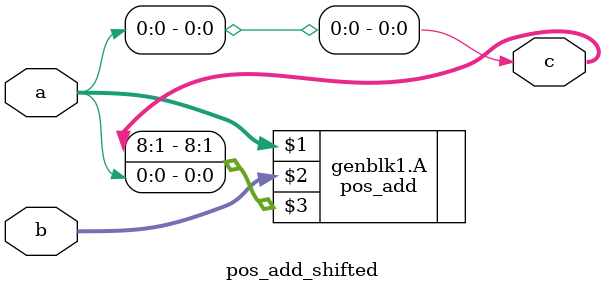
<source format=v>
`ifndef POS_ADD_SHIFTED_
`define POS_ADD_SHIFTED_

`include "pos_add.v"

module pos_add_shifted (a, b, c);
    
    parameter N_BITS_L = 8, // number of bits for the left input
              N_BITS_R = 8, // number of bits for the right input
              SHIFT = 0;    // left shift of the right input

    input [N_BITS_L-1:0] a; // left input
    input [N_BITS_R-1:0] b; // right input
    
    localparam MAX_DEPTH = N_BITS_L >= N_BITS_R+SHIFT ? N_BITS_L : N_BITS_R+SHIFT;
    output [MAX_DEPTH:0] c;  // output
    
    // first SHIFT bits are equal to those of the left input
    assign c[SHIFT-1:0] = a[SHIFT-1:0];

    // the next bits are obtained via a sum
    generate
        if (N_BITS_L >= N_BITS_R + SHIFT) begin
            pos_add #(N_BITS_L-SHIFT, N_BITS_R) A
                 (a[N_BITS_L-1:SHIFT], b, c[N_BITS_L:SHIFT]);
        end else begin
            // pad a with zeros
            wire [N_BITS_R-1:0] a_shifted;
            assign a_shifted[N_BITS_L-SHIFT-1:0] = a[N_BITS_L-1:SHIFT];
            assign a_shifted[N_BITS_R-1 : N_BITS_L-SHIFT] = 0;
            pos_add #(N_BITS_R, N_BITS_R) A
                 (a_shifted, b, c[N_BITS_R+SHIFT:SHIFT]);
        end
    endgenerate

endmodule

`endif

</source>
